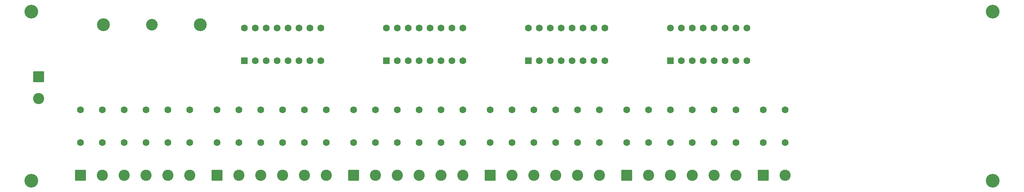
<source format=gbr>
%TF.GenerationSoftware,KiCad,Pcbnew,9.0.3*%
%TF.CreationDate,2025-08-12T15:30:17+02:00*%
%TF.ProjectId,Hauptwerk_Project,48617570-7477-4657-926b-5f50726f6a65,1.0.0*%
%TF.SameCoordinates,Original*%
%TF.FileFunction,Soldermask,Top*%
%TF.FilePolarity,Negative*%
%FSLAX46Y46*%
G04 Gerber Fmt 4.6, Leading zero omitted, Abs format (unit mm)*
G04 Created by KiCad (PCBNEW 9.0.3) date 2025-08-12 15:30:17*
%MOMM*%
%LPD*%
G01*
G04 APERTURE LIST*
G04 Aperture macros list*
%AMRoundRect*
0 Rectangle with rounded corners*
0 $1 Rounding radius*
0 $2 $3 $4 $5 $6 $7 $8 $9 X,Y pos of 4 corners*
0 Add a 4 corners polygon primitive as box body*
4,1,4,$2,$3,$4,$5,$6,$7,$8,$9,$2,$3,0*
0 Add four circle primitives for the rounded corners*
1,1,$1+$1,$2,$3*
1,1,$1+$1,$4,$5*
1,1,$1+$1,$6,$7*
1,1,$1+$1,$8,$9*
0 Add four rect primitives between the rounded corners*
20,1,$1+$1,$2,$3,$4,$5,0*
20,1,$1+$1,$4,$5,$6,$7,0*
20,1,$1+$1,$6,$7,$8,$9,0*
20,1,$1+$1,$8,$9,$2,$3,0*%
G04 Aperture macros list end*
%ADD10RoundRect,0.250000X-1.050000X-1.050000X1.050000X-1.050000X1.050000X1.050000X-1.050000X1.050000X0*%
%ADD11C,2.600000*%
%ADD12C,1.600000*%
%ADD13C,3.200000*%
%ADD14RoundRect,0.250000X0.550000X-0.550000X0.550000X0.550000X-0.550000X0.550000X-0.550000X-0.550000X0*%
%ADD15RoundRect,0.250000X-1.050000X1.050000X-1.050000X-1.050000X1.050000X-1.050000X1.050000X1.050000X0*%
%ADD16C,2.700000*%
%ADD17C,3.000000*%
G04 APERTURE END LIST*
D10*
%TO.C,J4*%
X110490000Y-99060000D03*
D11*
X115570000Y-99060000D03*
X120650000Y-99060000D03*
X125730000Y-99060000D03*
X130810000Y-99060000D03*
X135890000Y-99060000D03*
%TD*%
D12*
%TO.C,R26*%
X179070000Y-91440000D03*
X179070000Y-83820000D03*
%TD*%
%TO.C,R14*%
X115570000Y-91440000D03*
X115570000Y-83820000D03*
%TD*%
%TO.C,R29*%
X194310000Y-91440000D03*
X194310000Y-83820000D03*
%TD*%
D10*
%TO.C,J6*%
X173990000Y-99060000D03*
D11*
X179070000Y-99060000D03*
X184150000Y-99060000D03*
X189230000Y-99060000D03*
X194310000Y-99060000D03*
X199390000Y-99060000D03*
%TD*%
D12*
%TO.C,R30*%
X199390000Y-91440000D03*
X199390000Y-83820000D03*
%TD*%
D10*
%TO.C,J7*%
X205735000Y-99060000D03*
D11*
X210815000Y-99060000D03*
%TD*%
D12*
%TO.C,R12*%
X104140000Y-91440000D03*
X104140000Y-83820000D03*
%TD*%
%TO.C,R8*%
X83820000Y-91440000D03*
X83820000Y-83820000D03*
%TD*%
D13*
%TO.C,REF\u002A\u002A*%
X259080000Y-100330000D03*
%TD*%
D12*
%TO.C,R13*%
X110490000Y-91440000D03*
X110490000Y-83820000D03*
%TD*%
%TO.C,R10*%
X93980000Y-91440000D03*
X93980000Y-83820000D03*
%TD*%
%TO.C,R4*%
X62230000Y-91440000D03*
X62230000Y-83820000D03*
%TD*%
%TO.C,R18*%
X135890000Y-91440000D03*
X135890000Y-83820000D03*
%TD*%
%TO.C,R9*%
X88900000Y-91440000D03*
X88900000Y-83820000D03*
%TD*%
%TO.C,R27*%
X184150000Y-91440000D03*
X184150000Y-83820000D03*
%TD*%
%TO.C,R5*%
X67310000Y-91440000D03*
X67310000Y-83820000D03*
%TD*%
%TO.C,R3*%
X57150000Y-91440000D03*
X57150000Y-83820000D03*
%TD*%
%TO.C,R28*%
X189230000Y-91440000D03*
X189230000Y-83820000D03*
%TD*%
D14*
%TO.C,U4*%
X184150000Y-72390000D03*
D12*
X186690000Y-72390000D03*
X189230000Y-72390000D03*
X191770000Y-72390000D03*
X194310000Y-72390000D03*
X196850000Y-72390000D03*
X199390000Y-72390000D03*
X201930000Y-72390000D03*
X201930000Y-64770000D03*
X199390000Y-64770000D03*
X196850000Y-64770000D03*
X194310000Y-64770000D03*
X191770000Y-64770000D03*
X189230000Y-64770000D03*
X186690000Y-64770000D03*
X184150000Y-64770000D03*
%TD*%
D10*
%TO.C,J3*%
X78740000Y-99060000D03*
D11*
X83820000Y-99060000D03*
X88900000Y-99060000D03*
X93980000Y-99060000D03*
X99060000Y-99060000D03*
X104140000Y-99060000D03*
%TD*%
D13*
%TO.C,REF\u002A\u002A*%
X35560000Y-60960000D03*
%TD*%
D12*
%TO.C,R21*%
X152400000Y-91440000D03*
X152400000Y-83820000D03*
%TD*%
%TO.C,R24*%
X167640000Y-91440000D03*
X167640000Y-83820000D03*
%TD*%
%TO.C,R11*%
X99060000Y-91440000D03*
X99060000Y-83820000D03*
%TD*%
D13*
%TO.C,REF\u002A\u002A*%
X259080000Y-60960000D03*
%TD*%
D12*
%TO.C,R19*%
X142240000Y-91440000D03*
X142240000Y-83820000D03*
%TD*%
%TO.C,R17*%
X130810000Y-91440000D03*
X130810000Y-83820000D03*
%TD*%
%TO.C,R25*%
X173990000Y-91440000D03*
X173990000Y-83820000D03*
%TD*%
%TO.C,R16*%
X125730000Y-91440000D03*
X125730000Y-83820000D03*
%TD*%
%TO.C,R7*%
X78740000Y-91440000D03*
X78740000Y-83820000D03*
%TD*%
%TO.C,R32*%
X210820000Y-91440000D03*
X210820000Y-83820000D03*
%TD*%
%TO.C,R15*%
X120650000Y-91440000D03*
X120650000Y-83820000D03*
%TD*%
%TO.C,R2*%
X52070000Y-91440000D03*
X52070000Y-83820000D03*
%TD*%
D15*
%TO.C,J1*%
X37292500Y-76195000D03*
D11*
X37292500Y-81275000D03*
%TD*%
D12*
%TO.C,R22*%
X157480000Y-91440000D03*
X157480000Y-83820000D03*
%TD*%
D10*
%TO.C,J2*%
X46990000Y-99060000D03*
D11*
X52070000Y-99060000D03*
X57150000Y-99060000D03*
X62230000Y-99060000D03*
X67310000Y-99060000D03*
X72390000Y-99060000D03*
%TD*%
D16*
%TO.C,F1*%
X63574000Y-64008000D03*
D17*
X52324000Y-64008000D03*
X74824000Y-64008000D03*
%TD*%
D10*
%TO.C,J5*%
X142240000Y-99060000D03*
D11*
X147320000Y-99060000D03*
X152400000Y-99060000D03*
X157480000Y-99060000D03*
X162560000Y-99060000D03*
X167640000Y-99060000D03*
%TD*%
D12*
%TO.C,R23*%
X162560000Y-91440000D03*
X162560000Y-83820000D03*
%TD*%
%TO.C,R20*%
X147320000Y-91440000D03*
X147320000Y-83820000D03*
%TD*%
D14*
%TO.C,U1*%
X85090000Y-72390000D03*
D12*
X87630000Y-72390000D03*
X90170000Y-72390000D03*
X92710000Y-72390000D03*
X95250000Y-72390000D03*
X97790000Y-72390000D03*
X100330000Y-72390000D03*
X102870000Y-72390000D03*
X102870000Y-64770000D03*
X100330000Y-64770000D03*
X97790000Y-64770000D03*
X95250000Y-64770000D03*
X92710000Y-64770000D03*
X90170000Y-64770000D03*
X87630000Y-64770000D03*
X85090000Y-64770000D03*
%TD*%
D14*
%TO.C,U3*%
X151130000Y-72390000D03*
D12*
X153670000Y-72390000D03*
X156210000Y-72390000D03*
X158750000Y-72390000D03*
X161290000Y-72390000D03*
X163830000Y-72390000D03*
X166370000Y-72390000D03*
X168910000Y-72390000D03*
X168910000Y-64770000D03*
X166370000Y-64770000D03*
X163830000Y-64770000D03*
X161290000Y-64770000D03*
X158750000Y-64770000D03*
X156210000Y-64770000D03*
X153670000Y-64770000D03*
X151130000Y-64770000D03*
%TD*%
D13*
%TO.C,REF\u002A\u002A*%
X35560000Y-100330000D03*
%TD*%
D12*
%TO.C,R6*%
X72390000Y-91440000D03*
X72390000Y-83820000D03*
%TD*%
%TO.C,R31*%
X205740000Y-91440000D03*
X205740000Y-83820000D03*
%TD*%
%TO.C,R1*%
X46990000Y-91440000D03*
X46990000Y-83820000D03*
%TD*%
D14*
%TO.C,U2*%
X118110000Y-72390000D03*
D12*
X120650000Y-72390000D03*
X123190000Y-72390000D03*
X125730000Y-72390000D03*
X128270000Y-72390000D03*
X130810000Y-72390000D03*
X133350000Y-72390000D03*
X135890000Y-72390000D03*
X135890000Y-64770000D03*
X133350000Y-64770000D03*
X130810000Y-64770000D03*
X128270000Y-64770000D03*
X125730000Y-64770000D03*
X123190000Y-64770000D03*
X120650000Y-64770000D03*
X118110000Y-64770000D03*
%TD*%
M02*

</source>
